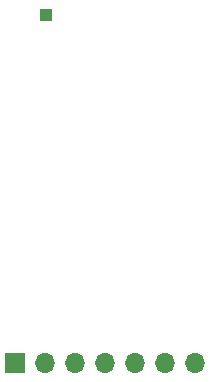
<source format=gbr>
%TF.GenerationSoftware,KiCad,Pcbnew,(5.1.8)-1*%
%TF.CreationDate,2021-01-29T11:55:22+09:00*%
%TF.ProjectId,REF_TWELITE_REVF_ANT,5245465f-5457-4454-9c49-54455f524556,rev?*%
%TF.SameCoordinates,Original*%
%TF.FileFunction,Soldermask,Bot*%
%TF.FilePolarity,Negative*%
%FSLAX46Y46*%
G04 Gerber Fmt 4.6, Leading zero omitted, Abs format (unit mm)*
G04 Created by KiCad (PCBNEW (5.1.8)-1) date 2021-01-29 11:55:22*
%MOMM*%
%LPD*%
G01*
G04 APERTURE LIST*
%ADD10R,1.000000X1.000000*%
%ADD11O,1.700000X1.700000*%
%ADD12R,1.700000X1.700000*%
G04 APERTURE END LIST*
D10*
%TO.C,U1*%
X108574603Y-58888606D03*
%TD*%
D11*
%TO.C,J2*%
X121221500Y-88341200D03*
X118681500Y-88341200D03*
X116141500Y-88341200D03*
X113601500Y-88341200D03*
X111061500Y-88341200D03*
X108521500Y-88341200D03*
D12*
X105981500Y-88341200D03*
%TD*%
M02*

</source>
